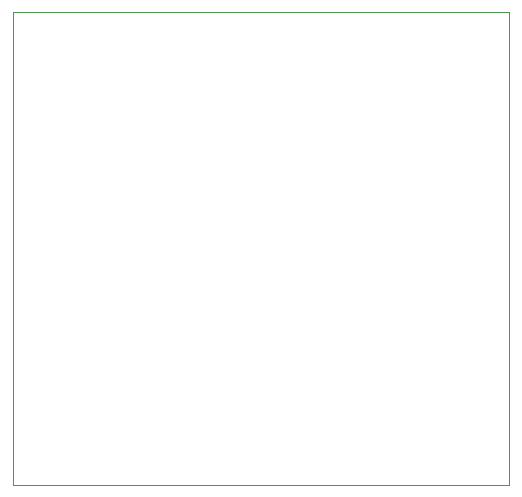
<source format=gm1>
%TF.GenerationSoftware,KiCad,Pcbnew,(6.0.4)*%
%TF.CreationDate,2023-01-05T00:39:55+09:00*%
%TF.ProjectId,prometheus-em,70726f6d-6574-4686-9575-732d656d2e6b,rev?*%
%TF.SameCoordinates,Original*%
%TF.FileFunction,Profile,NP*%
%FSLAX46Y46*%
G04 Gerber Fmt 4.6, Leading zero omitted, Abs format (unit mm)*
G04 Created by KiCad (PCBNEW (6.0.4)) date 2023-01-05 00:39:55*
%MOMM*%
%LPD*%
G01*
G04 APERTURE LIST*
%TA.AperFunction,Profile*%
%ADD10C,0.100000*%
%TD*%
G04 APERTURE END LIST*
D10*
X36000000Y-36000000D02*
X78000000Y-36000000D01*
X78000000Y-36000000D02*
X78000000Y-76000000D01*
X78000000Y-76000000D02*
X36000000Y-76000000D01*
X36000000Y-76000000D02*
X36000000Y-36000000D01*
M02*

</source>
